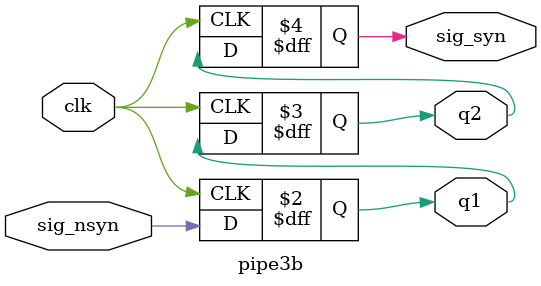
<source format=v>
`timescale 1ns / 1ps


module pipe3b(
    input sig_nsyn,
    input clk,
    output q1,
    output q2,
    output sig_syn
    );
//    wire clk_N;
//    divider my_divider(clk,clk_N);
    reg q1;
    reg q2;
    reg sig_syn;
    always@(posedge clk) begin 
        sig_syn=q2;  
        q2=q1;
        q1=sig_nsyn;  
    end

endmodule


</source>
